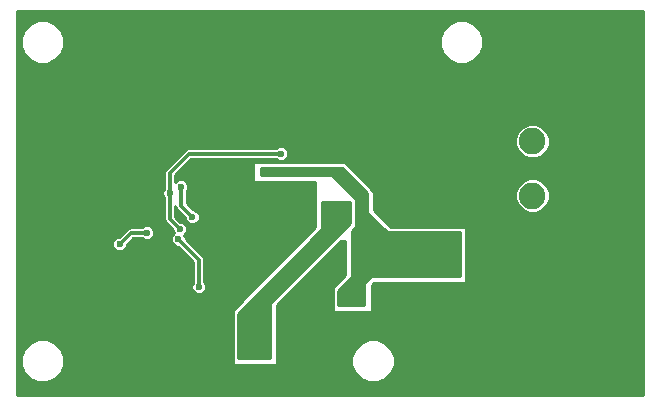
<source format=gbr>
G04 #@! TF.FileFunction,Copper,L2,Bot,Signal*
%FSLAX46Y46*%
G04 Gerber Fmt 4.6, Leading zero omitted, Abs format (unit mm)*
G04 Created by KiCad (PCBNEW 4.0.7) date 04/07/18 18:35:28*
%MOMM*%
%LPD*%
G01*
G04 APERTURE LIST*
%ADD10C,0.100000*%
%ADD11C,0.600000*%
%ADD12C,2.250000*%
%ADD13C,0.300000*%
%ADD14C,0.250000*%
G04 APERTURE END LIST*
D10*
D11*
X9900000Y15500000D03*
X32400000Y13800000D03*
X28000000Y9100000D03*
X28000000Y8250000D03*
X24250000Y21000000D03*
X15250000Y26250000D03*
X15250000Y27050000D03*
X17900000Y22650000D03*
X17900000Y21850000D03*
X17100000Y21850000D03*
X17100000Y22650000D03*
X15500000Y22650000D03*
X15500000Y21850000D03*
X16300000Y21850000D03*
X16300000Y22650000D03*
X10100000Y31000000D03*
X10100000Y30200000D03*
X9300000Y30200000D03*
X9300000Y31000000D03*
X10900000Y31000000D03*
X10900000Y30200000D03*
X11700000Y30200000D03*
X11700000Y31000000D03*
X10400000Y19900000D03*
X32400000Y21900000D03*
X31650000Y21900000D03*
X37250000Y13400000D03*
X37250000Y11800000D03*
X37250000Y12600000D03*
X37250000Y11000000D03*
X21150000Y4650000D03*
X26500000Y15550000D03*
X27300000Y16350000D03*
X38000000Y3750000D03*
X38800000Y3750000D03*
X38800000Y4550000D03*
X38000000Y4550000D03*
X18250000Y19350000D03*
X7600000Y16800000D03*
X12400000Y19900000D03*
X33975000Y19050000D03*
X33975000Y18250000D03*
X34775000Y18250000D03*
X34775000Y19050000D03*
X34775000Y20650000D03*
X34775000Y19850000D03*
X33975000Y19850000D03*
X33975000Y20650000D03*
X34800000Y15850000D03*
X34800000Y15050000D03*
X34000000Y15050000D03*
X34000000Y15850000D03*
X42200000Y11100000D03*
X42200000Y11900000D03*
X41400000Y11900000D03*
X41400000Y11100000D03*
X41400000Y9500000D03*
X41400000Y10300000D03*
X42200000Y10300000D03*
X42200000Y9500000D03*
X34000000Y17450000D03*
X34000000Y16650000D03*
X34800000Y16650000D03*
X34800000Y17450000D03*
X29900000Y31400000D03*
X29900000Y30600000D03*
X29100000Y30600000D03*
X29100000Y31400000D03*
X27500000Y31400000D03*
X27500000Y30600000D03*
X28300000Y30600000D03*
X28300000Y31400000D03*
X28300000Y29800000D03*
X28300000Y29000000D03*
X27500000Y29000000D03*
X27500000Y29800000D03*
X29100000Y29800000D03*
X29100000Y29000000D03*
X29900000Y29000000D03*
X29900000Y29800000D03*
X33400000Y7150000D03*
X33400000Y6350000D03*
X32600000Y6350000D03*
X32600000Y7150000D03*
X31000000Y7150000D03*
X31000000Y6350000D03*
X31800000Y6350000D03*
X31800000Y7150000D03*
X12100000Y4700000D03*
X12100000Y3900000D03*
X11300000Y3900000D03*
X11300000Y4700000D03*
X9700000Y4700000D03*
X9700000Y3900000D03*
X10500000Y3900000D03*
X10500000Y4700000D03*
X10500000Y3100000D03*
X10500000Y2300000D03*
X9700000Y2300000D03*
X9700000Y3100000D03*
X11300000Y3100000D03*
X11300000Y2300000D03*
X12100000Y2300000D03*
X12100000Y3100000D03*
X20350000Y4650000D03*
X19550000Y4650000D03*
X19550000Y3850000D03*
X20350000Y3850000D03*
X21150000Y3850000D03*
X18250000Y17750000D03*
X18250000Y18550000D03*
X19200000Y13300000D03*
X19200000Y12500000D03*
X18400000Y12500000D03*
X18400000Y13300000D03*
X20000000Y13300000D03*
X20000000Y12500000D03*
X20800000Y12500000D03*
X20800000Y13300000D03*
X50500000Y28950000D03*
X50500000Y28150000D03*
X49700000Y28150000D03*
X49700000Y28950000D03*
X48100000Y28950000D03*
X48100000Y28150000D03*
X48900000Y28150000D03*
X48900000Y28950000D03*
X48900000Y30550000D03*
X48900000Y29750000D03*
X48100000Y29750000D03*
X48100000Y30550000D03*
X49700000Y30550000D03*
X49700000Y29750000D03*
X50500000Y29750000D03*
X50500000Y30550000D03*
X4250000Y22900000D03*
X4250000Y22100000D03*
X3450000Y22100000D03*
X3450000Y22900000D03*
X1850000Y22900000D03*
X1850000Y22100000D03*
X2650000Y22100000D03*
X2650000Y22900000D03*
X2650000Y21300000D03*
X2650000Y20500000D03*
X1850000Y20500000D03*
X1850000Y21300000D03*
X3450000Y21300000D03*
X3450000Y20500000D03*
X4250000Y20500000D03*
X4250000Y21300000D03*
X4250000Y10200000D03*
X4250000Y9400000D03*
X3450000Y9400000D03*
X3450000Y10200000D03*
X1850000Y10200000D03*
X1850000Y9400000D03*
X2650000Y9400000D03*
X2650000Y10200000D03*
X2650000Y11800000D03*
X2650000Y11000000D03*
X1850000Y11000000D03*
X1850000Y11800000D03*
X3450000Y11800000D03*
X3450000Y11000000D03*
X4250000Y11000000D03*
X4250000Y11800000D03*
X16700000Y11050000D03*
X17500000Y11050000D03*
X17500000Y10250000D03*
X25050000Y21000000D03*
X16700000Y10250000D03*
X51500000Y6250000D03*
X51500000Y5450000D03*
X50700000Y5450000D03*
X50700000Y6250000D03*
X49100000Y6250000D03*
X49100000Y5450000D03*
X49900000Y5450000D03*
X49900000Y6250000D03*
X49900000Y4650000D03*
X49900000Y3850000D03*
X49100000Y3850000D03*
X49100000Y4650000D03*
X50700000Y4650000D03*
X50700000Y3850000D03*
X51500000Y3850000D03*
X51500000Y4650000D03*
X20800000Y15000000D03*
X20800000Y14200000D03*
X20000000Y14200000D03*
X20000000Y15000000D03*
X18400000Y15000000D03*
X18400000Y14200000D03*
X19200000Y14200000D03*
X19200000Y15000000D03*
X19200000Y16600000D03*
X19200000Y15800000D03*
X18400000Y15800000D03*
X18400000Y16600000D03*
X20000000Y16600000D03*
X20000000Y15800000D03*
X20800000Y15800000D03*
X20800000Y16600000D03*
X28100000Y15550000D03*
X27300000Y15550000D03*
X28100000Y16350000D03*
X29200000Y13800000D03*
X31600000Y13800000D03*
X30000000Y13800000D03*
X30800000Y13800000D03*
D12*
X44000000Y21850000D03*
X44000000Y17250000D03*
D11*
X15750000Y9500000D03*
X14000000Y13550000D03*
X14250000Y18000000D03*
X15200000Y15450000D03*
X11350000Y14100000D03*
X9050000Y13150000D03*
X22700000Y20800000D03*
X13300000Y17450000D03*
X14150000Y14400000D03*
X21300000Y19300000D03*
D13*
X15750000Y11800000D02*
X15750000Y9500000D01*
X14000000Y13550000D02*
X15750000Y11800000D01*
X14250000Y16400000D02*
X14250000Y18000000D01*
X15200000Y15450000D02*
X14250000Y16400000D01*
X10000000Y14100000D02*
X11350000Y14100000D01*
X9050000Y13150000D02*
X10000000Y14100000D01*
X13300000Y17450000D02*
X13300000Y19200000D01*
X14900000Y20800000D02*
X22700000Y20800000D01*
X13300000Y19200000D02*
X14900000Y20800000D01*
X13300000Y15250000D02*
X13300000Y17450000D01*
X14150000Y14400000D02*
X13300000Y15250000D01*
X29200000Y10700000D02*
X29200000Y10300000D01*
X29200000Y10300000D02*
X28000000Y9100000D01*
X36950000Y10700000D02*
X29200000Y10700000D01*
X37250000Y11000000D02*
X36950000Y10700000D01*
X29200000Y10700000D02*
X29200000Y13800000D01*
X29500000Y15200000D02*
X30200000Y14500000D01*
X29500000Y17500000D02*
X29500000Y15200000D01*
X27700000Y19300000D02*
X29500000Y17500000D01*
X21300000Y19300000D02*
X27700000Y19300000D01*
X30200000Y14500000D02*
X30200000Y14400000D01*
X30200000Y14400000D02*
X30800000Y13800000D01*
X30200000Y13800000D02*
X30200000Y14500000D01*
D14*
G36*
X29975000Y17498224D02*
X29975000Y15900000D01*
X29984848Y15851368D01*
X30011612Y15811612D01*
X31611612Y14211612D01*
X31652963Y14184187D01*
X31700000Y14175000D01*
X37825000Y14175000D01*
X37825000Y10475000D01*
X30400000Y10475000D01*
X30351368Y10465152D01*
X30311612Y10438388D01*
X29811612Y9938388D01*
X29784187Y9897037D01*
X29775000Y9850000D01*
X29775000Y7975000D01*
X27575000Y7975000D01*
X27575000Y9198224D01*
X28688388Y10311612D01*
X28715813Y10352963D01*
X28725000Y10400000D01*
X28725000Y14248224D01*
X28988388Y14511612D01*
X29015813Y14552963D01*
X29025000Y14600000D01*
X29025000Y16950000D01*
X29015152Y16998632D01*
X28988388Y17038388D01*
X27088388Y18938388D01*
X27047037Y18965813D01*
X27000000Y18975000D01*
X21025000Y18975000D01*
X21025000Y19575000D01*
X27898224Y19575000D01*
X29975000Y17498224D01*
X29975000Y17498224D01*
G37*
X29975000Y17498224D02*
X29975000Y15900000D01*
X29984848Y15851368D01*
X30011612Y15811612D01*
X31611612Y14211612D01*
X31652963Y14184187D01*
X31700000Y14175000D01*
X37825000Y14175000D01*
X37825000Y10475000D01*
X30400000Y10475000D01*
X30351368Y10465152D01*
X30311612Y10438388D01*
X29811612Y9938388D01*
X29784187Y9897037D01*
X29775000Y9850000D01*
X29775000Y7975000D01*
X27575000Y7975000D01*
X27575000Y9198224D01*
X28688388Y10311612D01*
X28715813Y10352963D01*
X28725000Y10400000D01*
X28725000Y14248224D01*
X28988388Y14511612D01*
X29015813Y14552963D01*
X29025000Y14600000D01*
X29025000Y16950000D01*
X29015152Y16998632D01*
X28988388Y17038388D01*
X27088388Y18938388D01*
X27047037Y18965813D01*
X27000000Y18975000D01*
X21025000Y18975000D01*
X21025000Y19575000D01*
X27898224Y19575000D01*
X29975000Y17498224D01*
G36*
X28525000Y14901776D02*
X21811612Y8188388D01*
X21784187Y8147037D01*
X21775000Y8100000D01*
X21775000Y3475000D01*
X19075000Y3475000D01*
X19075000Y7248224D01*
X26138388Y14311612D01*
X26165813Y14352963D01*
X26175000Y14400000D01*
X26175000Y16675000D01*
X28525000Y16675000D01*
X28525000Y14901776D01*
X28525000Y14901776D01*
G37*
X28525000Y14901776D02*
X21811612Y8188388D01*
X21784187Y8147037D01*
X21775000Y8100000D01*
X21775000Y3475000D01*
X19075000Y3475000D01*
X19075000Y7248224D01*
X26138388Y14311612D01*
X26165813Y14352963D01*
X26175000Y14400000D01*
X26175000Y16675000D01*
X28525000Y16675000D01*
X28525000Y14901776D01*
G36*
X53375000Y375000D02*
X375000Y375000D01*
X375000Y2888578D01*
X674684Y2888578D01*
X951938Y2217571D01*
X1464871Y1703742D01*
X2135392Y1425317D01*
X2861422Y1424684D01*
X3532429Y1701938D01*
X4046258Y2214871D01*
X4324683Y2885392D01*
X4325316Y3611422D01*
X4048062Y4282429D01*
X3535129Y4796258D01*
X2864608Y5074683D01*
X2138578Y5075316D01*
X1467571Y4798062D01*
X953742Y4285129D01*
X675317Y3614608D01*
X674684Y2888578D01*
X375000Y2888578D01*
X375000Y7500000D01*
X18625000Y7500000D01*
X18625000Y3000000D01*
X18634848Y2951368D01*
X18662841Y2910399D01*
X18704568Y2883549D01*
X18750000Y2875000D01*
X22250000Y2875000D01*
X22298632Y2884848D01*
X22304091Y2888578D01*
X28674684Y2888578D01*
X28951938Y2217571D01*
X29464871Y1703742D01*
X30135392Y1425317D01*
X30861422Y1424684D01*
X31532429Y1701938D01*
X32046258Y2214871D01*
X32324683Y2885392D01*
X32325316Y3611422D01*
X32048062Y4282429D01*
X31535129Y4796258D01*
X30864608Y5074683D01*
X30138578Y5075316D01*
X29467571Y4798062D01*
X28953742Y4285129D01*
X28675317Y3614608D01*
X28674684Y2888578D01*
X22304091Y2888578D01*
X22339601Y2912841D01*
X22366451Y2954568D01*
X22375000Y3000000D01*
X22375000Y7948224D01*
X27801776Y13375000D01*
X28125000Y13375000D01*
X28125000Y10551776D01*
X27161612Y9588388D01*
X27134187Y9547037D01*
X27125000Y9500000D01*
X27125000Y7500000D01*
X27134848Y7451368D01*
X27162841Y7410399D01*
X27204568Y7383549D01*
X27250000Y7375000D01*
X30250000Y7375000D01*
X30298632Y7384848D01*
X30339601Y7412841D01*
X30366451Y7454568D01*
X30375000Y7500000D01*
X30375000Y9698224D01*
X30551776Y9875000D01*
X38250000Y9875000D01*
X38298632Y9884848D01*
X38339601Y9912841D01*
X38366451Y9954568D01*
X38375000Y10000000D01*
X38375000Y14500000D01*
X38365152Y14548632D01*
X38337159Y14589601D01*
X38295432Y14616451D01*
X38250000Y14625000D01*
X32051776Y14625000D01*
X30625000Y16051776D01*
X30625000Y16962843D01*
X42549749Y16962843D01*
X42770033Y16429714D01*
X43177569Y16021467D01*
X43710312Y15800252D01*
X44287157Y15799749D01*
X44820286Y16020033D01*
X45228533Y16427569D01*
X45449748Y16960312D01*
X45450251Y17537157D01*
X45229967Y18070286D01*
X44822431Y18478533D01*
X44289688Y18699748D01*
X43712843Y18700251D01*
X43179714Y18479967D01*
X42771467Y18072431D01*
X42550252Y17539688D01*
X42549749Y16962843D01*
X30625000Y16962843D01*
X30625000Y17500000D01*
X30615152Y17548632D01*
X30588388Y17588388D01*
X28088388Y20088388D01*
X28047037Y20115813D01*
X28000000Y20125000D01*
X20500000Y20125000D01*
X20451368Y20115152D01*
X20410399Y20087159D01*
X20383549Y20045432D01*
X20375000Y20000000D01*
X20375000Y18500000D01*
X20384848Y18451368D01*
X20412841Y18410399D01*
X20454568Y18383549D01*
X20500000Y18375000D01*
X25625000Y18375000D01*
X25625000Y14551776D01*
X18661612Y7588388D01*
X18634187Y7547037D01*
X18625000Y7500000D01*
X375000Y7500000D01*
X375000Y13026225D01*
X8424892Y13026225D01*
X8519842Y12796429D01*
X8695504Y12620460D01*
X8925134Y12525109D01*
X9173775Y12524892D01*
X9403571Y12619842D01*
X9579540Y12795504D01*
X9674891Y13025134D01*
X9674959Y13103207D01*
X10196752Y13625000D01*
X10941059Y13625000D01*
X10995504Y13570460D01*
X11225134Y13475109D01*
X11473775Y13474892D01*
X11703571Y13569842D01*
X11879540Y13745504D01*
X11974891Y13975134D01*
X11975108Y14223775D01*
X11880158Y14453571D01*
X11704496Y14629540D01*
X11474866Y14724891D01*
X11226225Y14725108D01*
X10996429Y14630158D01*
X10941175Y14575000D01*
X10000000Y14575000D01*
X9818225Y14538843D01*
X9664124Y14435876D01*
X9003289Y13775041D01*
X8926225Y13775108D01*
X8696429Y13680158D01*
X8520460Y13504496D01*
X8425109Y13274866D01*
X8424892Y13026225D01*
X375000Y13026225D01*
X375000Y17326225D01*
X12674892Y17326225D01*
X12769842Y17096429D01*
X12825000Y17041175D01*
X12825000Y15250000D01*
X12861157Y15068225D01*
X12964124Y14914124D01*
X13524959Y14353289D01*
X13524892Y14276225D01*
X13617739Y14051518D01*
X13470460Y13904496D01*
X13375109Y13674866D01*
X13374892Y13426225D01*
X13469842Y13196429D01*
X13645504Y13020460D01*
X13875134Y12925109D01*
X13953207Y12925041D01*
X15275000Y11603248D01*
X15275000Y9908941D01*
X15220460Y9854496D01*
X15125109Y9624866D01*
X15124892Y9376225D01*
X15219842Y9146429D01*
X15395504Y8970460D01*
X15625134Y8875109D01*
X15873775Y8874892D01*
X16103571Y8969842D01*
X16279540Y9145504D01*
X16374891Y9375134D01*
X16375108Y9623775D01*
X16280158Y9853571D01*
X16225000Y9908825D01*
X16225000Y11799995D01*
X16225001Y11800000D01*
X16188843Y11981774D01*
X16188843Y11981775D01*
X16085876Y12135876D01*
X14625041Y13596711D01*
X14625108Y13673775D01*
X14532261Y13898482D01*
X14679540Y14045504D01*
X14774891Y14275134D01*
X14775108Y14523775D01*
X14680158Y14753571D01*
X14504496Y14929540D01*
X14274866Y15024891D01*
X14196792Y15024959D01*
X13775000Y15446752D01*
X13775000Y16400000D01*
X13811157Y16218225D01*
X13914124Y16064124D01*
X14574959Y15403289D01*
X14574892Y15326225D01*
X14669842Y15096429D01*
X14845504Y14920460D01*
X15075134Y14825109D01*
X15323775Y14824892D01*
X15553571Y14919842D01*
X15729540Y15095504D01*
X15824891Y15325134D01*
X15825108Y15573775D01*
X15730158Y15803571D01*
X15554496Y15979540D01*
X15324866Y16074891D01*
X15246793Y16074959D01*
X14725000Y16596752D01*
X14725000Y17591059D01*
X14779540Y17645504D01*
X14874891Y17875134D01*
X14875108Y18123775D01*
X14780158Y18353571D01*
X14604496Y18529540D01*
X14374866Y18624891D01*
X14126225Y18625108D01*
X13896429Y18530158D01*
X13775000Y18408941D01*
X13775000Y19003248D01*
X15096752Y20325000D01*
X22291059Y20325000D01*
X22345504Y20270460D01*
X22575134Y20175109D01*
X22823775Y20174892D01*
X23053571Y20269842D01*
X23229540Y20445504D01*
X23324891Y20675134D01*
X23325108Y20923775D01*
X23230158Y21153571D01*
X23054496Y21329540D01*
X22824866Y21424891D01*
X22576225Y21425108D01*
X22346429Y21330158D01*
X22291175Y21275000D01*
X14900005Y21275000D01*
X14900000Y21275001D01*
X14748384Y21244842D01*
X14718225Y21238843D01*
X14564124Y21135876D01*
X12964124Y19535876D01*
X12861157Y19381775D01*
X12825000Y19200000D01*
X12825000Y17858941D01*
X12770460Y17804496D01*
X12675109Y17574866D01*
X12674892Y17326225D01*
X375000Y17326225D01*
X375000Y21562843D01*
X42549749Y21562843D01*
X42770033Y21029714D01*
X43177569Y20621467D01*
X43710312Y20400252D01*
X44287157Y20399749D01*
X44820286Y20620033D01*
X45228533Y21027569D01*
X45449748Y21560312D01*
X45450251Y22137157D01*
X45229967Y22670286D01*
X44822431Y23078533D01*
X44289688Y23299748D01*
X43712843Y23300251D01*
X43179714Y23079967D01*
X42771467Y22672431D01*
X42550252Y22139688D01*
X42549749Y21562843D01*
X375000Y21562843D01*
X375000Y29888578D01*
X674684Y29888578D01*
X951938Y29217571D01*
X1464871Y28703742D01*
X2135392Y28425317D01*
X2861422Y28424684D01*
X3532429Y28701938D01*
X4046258Y29214871D01*
X4324683Y29885392D01*
X4324685Y29888578D01*
X36174684Y29888578D01*
X36451938Y29217571D01*
X36964871Y28703742D01*
X37635392Y28425317D01*
X38361422Y28424684D01*
X39032429Y28701938D01*
X39546258Y29214871D01*
X39824683Y29885392D01*
X39825316Y30611422D01*
X39548062Y31282429D01*
X39035129Y31796258D01*
X38364608Y32074683D01*
X37638578Y32075316D01*
X36967571Y31798062D01*
X36453742Y31285129D01*
X36175317Y30614608D01*
X36174684Y29888578D01*
X4324685Y29888578D01*
X4325316Y30611422D01*
X4048062Y31282429D01*
X3535129Y31796258D01*
X2864608Y32074683D01*
X2138578Y32075316D01*
X1467571Y31798062D01*
X953742Y31285129D01*
X675317Y30614608D01*
X674684Y29888578D01*
X375000Y29888578D01*
X375000Y32875000D01*
X53375000Y32875000D01*
X53375000Y375000D01*
X53375000Y375000D01*
G37*
X53375000Y375000D02*
X375000Y375000D01*
X375000Y2888578D01*
X674684Y2888578D01*
X951938Y2217571D01*
X1464871Y1703742D01*
X2135392Y1425317D01*
X2861422Y1424684D01*
X3532429Y1701938D01*
X4046258Y2214871D01*
X4324683Y2885392D01*
X4325316Y3611422D01*
X4048062Y4282429D01*
X3535129Y4796258D01*
X2864608Y5074683D01*
X2138578Y5075316D01*
X1467571Y4798062D01*
X953742Y4285129D01*
X675317Y3614608D01*
X674684Y2888578D01*
X375000Y2888578D01*
X375000Y7500000D01*
X18625000Y7500000D01*
X18625000Y3000000D01*
X18634848Y2951368D01*
X18662841Y2910399D01*
X18704568Y2883549D01*
X18750000Y2875000D01*
X22250000Y2875000D01*
X22298632Y2884848D01*
X22304091Y2888578D01*
X28674684Y2888578D01*
X28951938Y2217571D01*
X29464871Y1703742D01*
X30135392Y1425317D01*
X30861422Y1424684D01*
X31532429Y1701938D01*
X32046258Y2214871D01*
X32324683Y2885392D01*
X32325316Y3611422D01*
X32048062Y4282429D01*
X31535129Y4796258D01*
X30864608Y5074683D01*
X30138578Y5075316D01*
X29467571Y4798062D01*
X28953742Y4285129D01*
X28675317Y3614608D01*
X28674684Y2888578D01*
X22304091Y2888578D01*
X22339601Y2912841D01*
X22366451Y2954568D01*
X22375000Y3000000D01*
X22375000Y7948224D01*
X27801776Y13375000D01*
X28125000Y13375000D01*
X28125000Y10551776D01*
X27161612Y9588388D01*
X27134187Y9547037D01*
X27125000Y9500000D01*
X27125000Y7500000D01*
X27134848Y7451368D01*
X27162841Y7410399D01*
X27204568Y7383549D01*
X27250000Y7375000D01*
X30250000Y7375000D01*
X30298632Y7384848D01*
X30339601Y7412841D01*
X30366451Y7454568D01*
X30375000Y7500000D01*
X30375000Y9698224D01*
X30551776Y9875000D01*
X38250000Y9875000D01*
X38298632Y9884848D01*
X38339601Y9912841D01*
X38366451Y9954568D01*
X38375000Y10000000D01*
X38375000Y14500000D01*
X38365152Y14548632D01*
X38337159Y14589601D01*
X38295432Y14616451D01*
X38250000Y14625000D01*
X32051776Y14625000D01*
X30625000Y16051776D01*
X30625000Y16962843D01*
X42549749Y16962843D01*
X42770033Y16429714D01*
X43177569Y16021467D01*
X43710312Y15800252D01*
X44287157Y15799749D01*
X44820286Y16020033D01*
X45228533Y16427569D01*
X45449748Y16960312D01*
X45450251Y17537157D01*
X45229967Y18070286D01*
X44822431Y18478533D01*
X44289688Y18699748D01*
X43712843Y18700251D01*
X43179714Y18479967D01*
X42771467Y18072431D01*
X42550252Y17539688D01*
X42549749Y16962843D01*
X30625000Y16962843D01*
X30625000Y17500000D01*
X30615152Y17548632D01*
X30588388Y17588388D01*
X28088388Y20088388D01*
X28047037Y20115813D01*
X28000000Y20125000D01*
X20500000Y20125000D01*
X20451368Y20115152D01*
X20410399Y20087159D01*
X20383549Y20045432D01*
X20375000Y20000000D01*
X20375000Y18500000D01*
X20384848Y18451368D01*
X20412841Y18410399D01*
X20454568Y18383549D01*
X20500000Y18375000D01*
X25625000Y18375000D01*
X25625000Y14551776D01*
X18661612Y7588388D01*
X18634187Y7547037D01*
X18625000Y7500000D01*
X375000Y7500000D01*
X375000Y13026225D01*
X8424892Y13026225D01*
X8519842Y12796429D01*
X8695504Y12620460D01*
X8925134Y12525109D01*
X9173775Y12524892D01*
X9403571Y12619842D01*
X9579540Y12795504D01*
X9674891Y13025134D01*
X9674959Y13103207D01*
X10196752Y13625000D01*
X10941059Y13625000D01*
X10995504Y13570460D01*
X11225134Y13475109D01*
X11473775Y13474892D01*
X11703571Y13569842D01*
X11879540Y13745504D01*
X11974891Y13975134D01*
X11975108Y14223775D01*
X11880158Y14453571D01*
X11704496Y14629540D01*
X11474866Y14724891D01*
X11226225Y14725108D01*
X10996429Y14630158D01*
X10941175Y14575000D01*
X10000000Y14575000D01*
X9818225Y14538843D01*
X9664124Y14435876D01*
X9003289Y13775041D01*
X8926225Y13775108D01*
X8696429Y13680158D01*
X8520460Y13504496D01*
X8425109Y13274866D01*
X8424892Y13026225D01*
X375000Y13026225D01*
X375000Y17326225D01*
X12674892Y17326225D01*
X12769842Y17096429D01*
X12825000Y17041175D01*
X12825000Y15250000D01*
X12861157Y15068225D01*
X12964124Y14914124D01*
X13524959Y14353289D01*
X13524892Y14276225D01*
X13617739Y14051518D01*
X13470460Y13904496D01*
X13375109Y13674866D01*
X13374892Y13426225D01*
X13469842Y13196429D01*
X13645504Y13020460D01*
X13875134Y12925109D01*
X13953207Y12925041D01*
X15275000Y11603248D01*
X15275000Y9908941D01*
X15220460Y9854496D01*
X15125109Y9624866D01*
X15124892Y9376225D01*
X15219842Y9146429D01*
X15395504Y8970460D01*
X15625134Y8875109D01*
X15873775Y8874892D01*
X16103571Y8969842D01*
X16279540Y9145504D01*
X16374891Y9375134D01*
X16375108Y9623775D01*
X16280158Y9853571D01*
X16225000Y9908825D01*
X16225000Y11799995D01*
X16225001Y11800000D01*
X16188843Y11981774D01*
X16188843Y11981775D01*
X16085876Y12135876D01*
X14625041Y13596711D01*
X14625108Y13673775D01*
X14532261Y13898482D01*
X14679540Y14045504D01*
X14774891Y14275134D01*
X14775108Y14523775D01*
X14680158Y14753571D01*
X14504496Y14929540D01*
X14274866Y15024891D01*
X14196792Y15024959D01*
X13775000Y15446752D01*
X13775000Y16400000D01*
X13811157Y16218225D01*
X13914124Y16064124D01*
X14574959Y15403289D01*
X14574892Y15326225D01*
X14669842Y15096429D01*
X14845504Y14920460D01*
X15075134Y14825109D01*
X15323775Y14824892D01*
X15553571Y14919842D01*
X15729540Y15095504D01*
X15824891Y15325134D01*
X15825108Y15573775D01*
X15730158Y15803571D01*
X15554496Y15979540D01*
X15324866Y16074891D01*
X15246793Y16074959D01*
X14725000Y16596752D01*
X14725000Y17591059D01*
X14779540Y17645504D01*
X14874891Y17875134D01*
X14875108Y18123775D01*
X14780158Y18353571D01*
X14604496Y18529540D01*
X14374866Y18624891D01*
X14126225Y18625108D01*
X13896429Y18530158D01*
X13775000Y18408941D01*
X13775000Y19003248D01*
X15096752Y20325000D01*
X22291059Y20325000D01*
X22345504Y20270460D01*
X22575134Y20175109D01*
X22823775Y20174892D01*
X23053571Y20269842D01*
X23229540Y20445504D01*
X23324891Y20675134D01*
X23325108Y20923775D01*
X23230158Y21153571D01*
X23054496Y21329540D01*
X22824866Y21424891D01*
X22576225Y21425108D01*
X22346429Y21330158D01*
X22291175Y21275000D01*
X14900005Y21275000D01*
X14900000Y21275001D01*
X14748384Y21244842D01*
X14718225Y21238843D01*
X14564124Y21135876D01*
X12964124Y19535876D01*
X12861157Y19381775D01*
X12825000Y19200000D01*
X12825000Y17858941D01*
X12770460Y17804496D01*
X12675109Y17574866D01*
X12674892Y17326225D01*
X375000Y17326225D01*
X375000Y21562843D01*
X42549749Y21562843D01*
X42770033Y21029714D01*
X43177569Y20621467D01*
X43710312Y20400252D01*
X44287157Y20399749D01*
X44820286Y20620033D01*
X45228533Y21027569D01*
X45449748Y21560312D01*
X45450251Y22137157D01*
X45229967Y22670286D01*
X44822431Y23078533D01*
X44289688Y23299748D01*
X43712843Y23300251D01*
X43179714Y23079967D01*
X42771467Y22672431D01*
X42550252Y22139688D01*
X42549749Y21562843D01*
X375000Y21562843D01*
X375000Y29888578D01*
X674684Y29888578D01*
X951938Y29217571D01*
X1464871Y28703742D01*
X2135392Y28425317D01*
X2861422Y28424684D01*
X3532429Y28701938D01*
X4046258Y29214871D01*
X4324683Y29885392D01*
X4324685Y29888578D01*
X36174684Y29888578D01*
X36451938Y29217571D01*
X36964871Y28703742D01*
X37635392Y28425317D01*
X38361422Y28424684D01*
X39032429Y28701938D01*
X39546258Y29214871D01*
X39824683Y29885392D01*
X39825316Y30611422D01*
X39548062Y31282429D01*
X39035129Y31796258D01*
X38364608Y32074683D01*
X37638578Y32075316D01*
X36967571Y31798062D01*
X36453742Y31285129D01*
X36175317Y30614608D01*
X36174684Y29888578D01*
X4324685Y29888578D01*
X4325316Y30611422D01*
X4048062Y31282429D01*
X3535129Y31796258D01*
X2864608Y32074683D01*
X2138578Y32075316D01*
X1467571Y31798062D01*
X953742Y31285129D01*
X675317Y30614608D01*
X674684Y29888578D01*
X375000Y29888578D01*
X375000Y32875000D01*
X53375000Y32875000D01*
X53375000Y375000D01*
M02*

</source>
